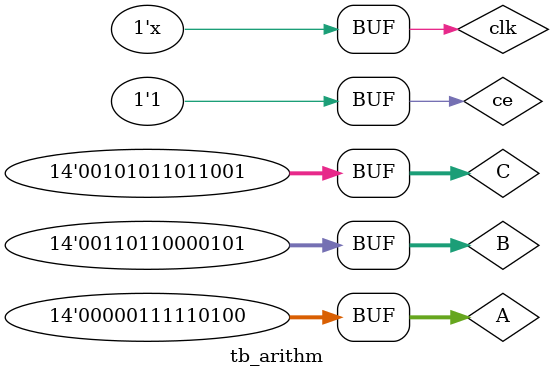
<source format=v>
`timescale 1ns / 1ps


module tb_arithm;

	// Inputs
	reg clk;
	reg ce;
	reg [13:0] A;
	reg [13:0] B;
	reg [13:0] C;

	// Outputs
	wire signed [13:0] O;

	// Instantiate the Unit Under Test (UUT)
	arithm uut (
		.clk(clk), 
		.ce(ce), 
		.A(A), 
		.B(B), 
		.C(C), 
		.O(O)
	);

	initial begin
		// Initialize Inputs
		clk = 0;
		ce = 0;
		A = 14'b00000111110100;
		B = 14'b00110110000101;
		C = 14'b00101011011001;

		// Wait 100 ns for global reset to finish
		#100;
      ce = 1;
		// Add stimulus here

	end
		always
		begin
			#1 clk = ~clk;
		end      
endmodule


</source>
